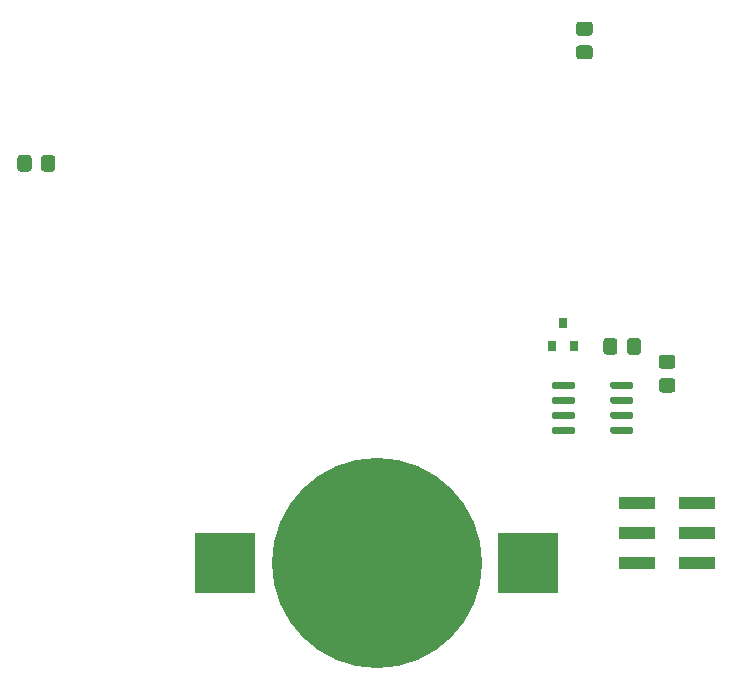
<source format=gbr>
%TF.GenerationSoftware,KiCad,Pcbnew,(5.1.7-0-10_14)*%
%TF.CreationDate,2020-10-21T09:08:44+08:00*%
%TF.ProjectId,HallowBadges,48616c6c-6f77-4426-9164-6765732e6b69,rev?*%
%TF.SameCoordinates,Original*%
%TF.FileFunction,Soldermask,Bot*%
%TF.FilePolarity,Negative*%
%FSLAX46Y46*%
G04 Gerber Fmt 4.6, Leading zero omitted, Abs format (unit mm)*
G04 Created by KiCad (PCBNEW (5.1.7-0-10_14)) date 2020-10-21 09:08:44*
%MOMM*%
%LPD*%
G01*
G04 APERTURE LIST*
%ADD10R,5.100000X5.100000*%
%ADD11C,17.800000*%
%ADD12R,3.150000X1.000000*%
%ADD13R,0.800000X0.900000*%
G04 APERTURE END LIST*
%TO.C,R1*%
G36*
G01*
X113200000Y-96250001D02*
X113200000Y-95349999D01*
G75*
G02*
X113449999Y-95100000I249999J0D01*
G01*
X114150001Y-95100000D01*
G75*
G02*
X114400000Y-95349999I0J-249999D01*
G01*
X114400000Y-96250001D01*
G75*
G02*
X114150001Y-96500000I-249999J0D01*
G01*
X113449999Y-96500000D01*
G75*
G02*
X113200000Y-96250001I0J249999D01*
G01*
G37*
G36*
G01*
X115200000Y-96250001D02*
X115200000Y-95349999D01*
G75*
G02*
X115449999Y-95100000I249999J0D01*
G01*
X116150001Y-95100000D01*
G75*
G02*
X116400000Y-95349999I0J-249999D01*
G01*
X116400000Y-96250001D01*
G75*
G02*
X116150001Y-96500000I-249999J0D01*
G01*
X115449999Y-96500000D01*
G75*
G02*
X115200000Y-96250001I0J249999D01*
G01*
G37*
%TD*%
D10*
%TO.C,BT1*%
X156400000Y-129600000D03*
X130800000Y-129600000D03*
D11*
X143600000Y-129600000D03*
%TD*%
D12*
%TO.C,J1*%
X165675000Y-129640000D03*
X170725000Y-129640000D03*
X165675000Y-127100000D03*
X170725000Y-127100000D03*
X165675000Y-124560000D03*
X170725000Y-124560000D03*
%TD*%
D13*
%TO.C,Q1*%
X160350000Y-111300000D03*
X158450000Y-111300000D03*
X159400000Y-109300000D03*
%TD*%
%TO.C,R2*%
G36*
G01*
X160749999Y-85800000D02*
X161650001Y-85800000D01*
G75*
G02*
X161900000Y-86049999I0J-249999D01*
G01*
X161900000Y-86750001D01*
G75*
G02*
X161650001Y-87000000I-249999J0D01*
G01*
X160749999Y-87000000D01*
G75*
G02*
X160500000Y-86750001I0J249999D01*
G01*
X160500000Y-86049999D01*
G75*
G02*
X160749999Y-85800000I249999J0D01*
G01*
G37*
G36*
G01*
X160749999Y-83800000D02*
X161650001Y-83800000D01*
G75*
G02*
X161900000Y-84049999I0J-249999D01*
G01*
X161900000Y-84750001D01*
G75*
G02*
X161650001Y-85000000I-249999J0D01*
G01*
X160749999Y-85000000D01*
G75*
G02*
X160500000Y-84750001I0J249999D01*
G01*
X160500000Y-84049999D01*
G75*
G02*
X160749999Y-83800000I249999J0D01*
G01*
G37*
%TD*%
%TO.C,R3*%
G36*
G01*
X167749999Y-112000000D02*
X168650001Y-112000000D01*
G75*
G02*
X168900000Y-112249999I0J-249999D01*
G01*
X168900000Y-112950001D01*
G75*
G02*
X168650001Y-113200000I-249999J0D01*
G01*
X167749999Y-113200000D01*
G75*
G02*
X167500000Y-112950001I0J249999D01*
G01*
X167500000Y-112249999D01*
G75*
G02*
X167749999Y-112000000I249999J0D01*
G01*
G37*
G36*
G01*
X167749999Y-114000000D02*
X168650001Y-114000000D01*
G75*
G02*
X168900000Y-114249999I0J-249999D01*
G01*
X168900000Y-114950001D01*
G75*
G02*
X168650001Y-115200000I-249999J0D01*
G01*
X167749999Y-115200000D01*
G75*
G02*
X167500000Y-114950001I0J249999D01*
G01*
X167500000Y-114249999D01*
G75*
G02*
X167749999Y-114000000I249999J0D01*
G01*
G37*
%TD*%
%TO.C,R4*%
G36*
G01*
X164800000Y-111750001D02*
X164800000Y-110849999D01*
G75*
G02*
X165049999Y-110600000I249999J0D01*
G01*
X165750001Y-110600000D01*
G75*
G02*
X166000000Y-110849999I0J-249999D01*
G01*
X166000000Y-111750001D01*
G75*
G02*
X165750001Y-112000000I-249999J0D01*
G01*
X165049999Y-112000000D01*
G75*
G02*
X164800000Y-111750001I0J249999D01*
G01*
G37*
G36*
G01*
X162800000Y-111750001D02*
X162800000Y-110849999D01*
G75*
G02*
X163049999Y-110600000I249999J0D01*
G01*
X163750001Y-110600000D01*
G75*
G02*
X164000000Y-110849999I0J-249999D01*
G01*
X164000000Y-111750001D01*
G75*
G02*
X163750001Y-112000000I-249999J0D01*
G01*
X163049999Y-112000000D01*
G75*
G02*
X162800000Y-111750001I0J249999D01*
G01*
G37*
%TD*%
%TO.C,U1*%
G36*
G01*
X158450000Y-118555000D02*
X158450000Y-118255000D01*
G75*
G02*
X158600000Y-118105000I150000J0D01*
G01*
X160250000Y-118105000D01*
G75*
G02*
X160400000Y-118255000I0J-150000D01*
G01*
X160400000Y-118555000D01*
G75*
G02*
X160250000Y-118705000I-150000J0D01*
G01*
X158600000Y-118705000D01*
G75*
G02*
X158450000Y-118555000I0J150000D01*
G01*
G37*
G36*
G01*
X158450000Y-117285000D02*
X158450000Y-116985000D01*
G75*
G02*
X158600000Y-116835000I150000J0D01*
G01*
X160250000Y-116835000D01*
G75*
G02*
X160400000Y-116985000I0J-150000D01*
G01*
X160400000Y-117285000D01*
G75*
G02*
X160250000Y-117435000I-150000J0D01*
G01*
X158600000Y-117435000D01*
G75*
G02*
X158450000Y-117285000I0J150000D01*
G01*
G37*
G36*
G01*
X158450000Y-116015000D02*
X158450000Y-115715000D01*
G75*
G02*
X158600000Y-115565000I150000J0D01*
G01*
X160250000Y-115565000D01*
G75*
G02*
X160400000Y-115715000I0J-150000D01*
G01*
X160400000Y-116015000D01*
G75*
G02*
X160250000Y-116165000I-150000J0D01*
G01*
X158600000Y-116165000D01*
G75*
G02*
X158450000Y-116015000I0J150000D01*
G01*
G37*
G36*
G01*
X158450000Y-114745000D02*
X158450000Y-114445000D01*
G75*
G02*
X158600000Y-114295000I150000J0D01*
G01*
X160250000Y-114295000D01*
G75*
G02*
X160400000Y-114445000I0J-150000D01*
G01*
X160400000Y-114745000D01*
G75*
G02*
X160250000Y-114895000I-150000J0D01*
G01*
X158600000Y-114895000D01*
G75*
G02*
X158450000Y-114745000I0J150000D01*
G01*
G37*
G36*
G01*
X163400000Y-114745000D02*
X163400000Y-114445000D01*
G75*
G02*
X163550000Y-114295000I150000J0D01*
G01*
X165200000Y-114295000D01*
G75*
G02*
X165350000Y-114445000I0J-150000D01*
G01*
X165350000Y-114745000D01*
G75*
G02*
X165200000Y-114895000I-150000J0D01*
G01*
X163550000Y-114895000D01*
G75*
G02*
X163400000Y-114745000I0J150000D01*
G01*
G37*
G36*
G01*
X163400000Y-116015000D02*
X163400000Y-115715000D01*
G75*
G02*
X163550000Y-115565000I150000J0D01*
G01*
X165200000Y-115565000D01*
G75*
G02*
X165350000Y-115715000I0J-150000D01*
G01*
X165350000Y-116015000D01*
G75*
G02*
X165200000Y-116165000I-150000J0D01*
G01*
X163550000Y-116165000D01*
G75*
G02*
X163400000Y-116015000I0J150000D01*
G01*
G37*
G36*
G01*
X163400000Y-117285000D02*
X163400000Y-116985000D01*
G75*
G02*
X163550000Y-116835000I150000J0D01*
G01*
X165200000Y-116835000D01*
G75*
G02*
X165350000Y-116985000I0J-150000D01*
G01*
X165350000Y-117285000D01*
G75*
G02*
X165200000Y-117435000I-150000J0D01*
G01*
X163550000Y-117435000D01*
G75*
G02*
X163400000Y-117285000I0J150000D01*
G01*
G37*
G36*
G01*
X163400000Y-118555000D02*
X163400000Y-118255000D01*
G75*
G02*
X163550000Y-118105000I150000J0D01*
G01*
X165200000Y-118105000D01*
G75*
G02*
X165350000Y-118255000I0J-150000D01*
G01*
X165350000Y-118555000D01*
G75*
G02*
X165200000Y-118705000I-150000J0D01*
G01*
X163550000Y-118705000D01*
G75*
G02*
X163400000Y-118555000I0J150000D01*
G01*
G37*
%TD*%
M02*

</source>
